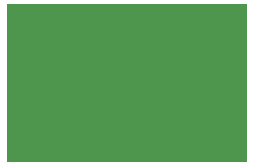
<source format=gbr>
G04 #@! TF.FileFunction,Soldermask,Bot*
%FSLAX46Y46*%
G04 Gerber Fmt 4.6, Leading zero omitted, Abs format (unit mm)*
G04 Created by KiCad (PCBNEW 4.0.1-stable) date 6/14/2016 12:32:48 PM*
%MOMM*%
G01*
G04 APERTURE LIST*
%ADD10C,0.100000*%
%ADD11R,20.400000X13.400000*%
G04 APERTURE END LIST*
D10*
D11*
X160000000Y-106500000D03*
M02*

</source>
